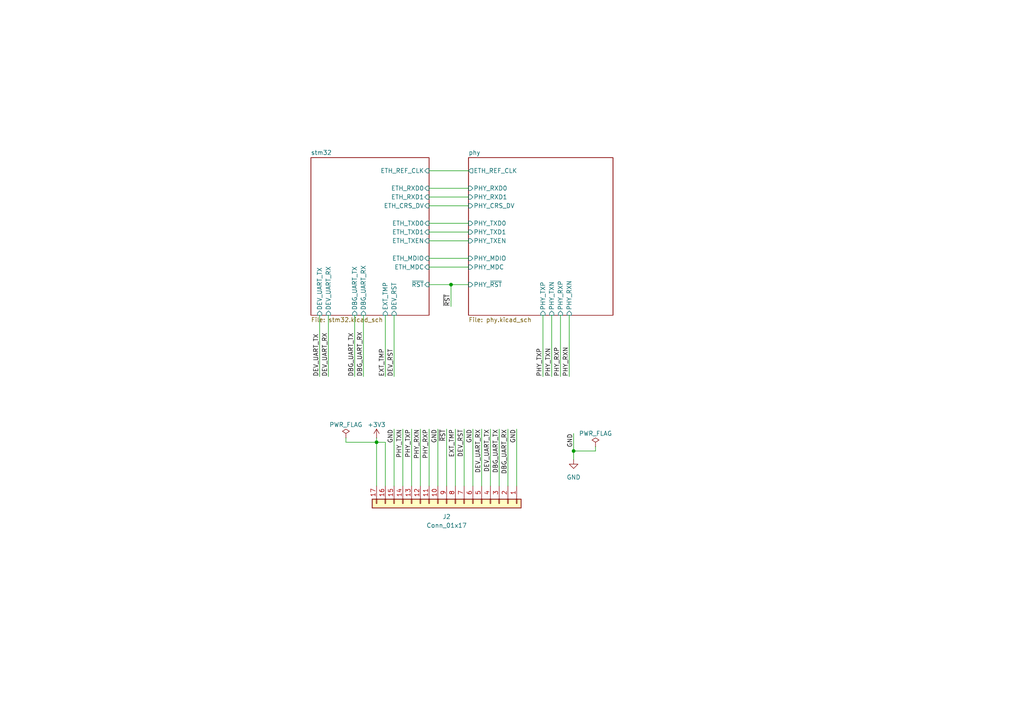
<source format=kicad_sch>
(kicad_sch (version 20231120) (generator "eeschema") (generator_version "8.0")
  (paper "A4")
  (lib_symbols
    (symbol "Connector_Generic:Conn_01x17" (pin_names (offset 1.016) hide)
      (property "Reference" "J" (at 0 22.86 0))
      (property "Value" "Conn_01x17" (at 0 -22.86 0))
      (symbol "Conn_01x17_1_1"
        (rectangle (start -1.27 -20.193) (end 0 -20.447) (stroke (width 0.1524)))
        (rectangle (start -1.27 -17.653) (end 0 -17.907) (stroke (width 0.1524)))
        (rectangle (start -1.27 -15.113) (end 0 -15.367) (stroke (width 0.1524)))
        (rectangle (start -1.27 -12.573) (end 0 -12.827) (stroke (width 0.1524)))
        (rectangle (start -1.27 -10.033) (end 0 -10.287) (stroke (width 0.1524)))
        (rectangle (start -1.27 -7.493) (end 0 -7.747) (stroke (width 0.1524)))
        (rectangle (start -1.27 -4.953) (end 0 -5.207) (stroke (width 0.1524)))
        (rectangle (start -1.27 -2.413) (end 0 -2.667) (stroke (width 0.1524)))
        (rectangle (start -1.27 0.127) (end 0 -0.127) (stroke (width 0.1524)))
        (rectangle (start -1.27 2.667) (end 0 2.413) (stroke (width 0.1524)))
        (rectangle (start -1.27 5.207) (end 0 4.953) (stroke (width 0.1524)))
        (rectangle (start -1.27 7.747) (end 0 7.493) (stroke (width 0.1524)))
        (rectangle (start -1.27 10.287) (end 0 10.033) (stroke (width 0.1524)))
        (rectangle (start -1.27 12.827) (end 0 12.573) (stroke (width 0.1524)))
        (rectangle (start -1.27 15.367) (end 0 15.113) (stroke (width 0.1524)))
        (rectangle (start -1.27 17.907) (end 0 17.653) (stroke (width 0.1524)))
        (rectangle (start -1.27 20.447) (end 0 20.193) (stroke (width 0.1524)))
        (rectangle (start -1.27 21.59) (end 1.27 -21.59) (stroke (width 0.254)) (fill (type background)))
        (pin passive line (at -5.08 20.32 0) (length 3.81) (name "Pin_1") (number "1"))
        (pin passive line (at -5.08 -2.54 0) (length 3.81) (name "Pin_10") (number "10"))
        (pin passive line (at -5.08 -5.08 0) (length 3.81) (name "Pin_11") (number "11"))
        (pin passive line (at -5.08 -7.62 0) (length 3.81) (name "Pin_12") (number "12"))
        (pin passive line (at -5.08 -10.16 0) (length 3.81) (name "Pin_13") (number "13"))
        (pin passive line (at -5.08 -12.7 0) (length 3.81) (name "Pin_14") (number "14"))
        (pin passive line (at -5.08 -15.24 0) (length 3.81) (name "Pin_15") (number "15"))
        (pin passive line (at -5.08 -17.78 0) (length 3.81) (name "Pin_16") (number "16"))
        (pin passive line (at -5.08 -20.32 0) (length 3.81) (name "Pin_17") (number "17"))
        (pin passive line (at -5.08 17.78 0) (length 3.81) (name "Pin_2") (number "2"))
        (pin passive line (at -5.08 15.24 0) (length 3.81) (name "Pin_3") (number "3"))
        (pin passive line (at -5.08 12.7 0) (length 3.81) (name "Pin_4") (number "4"))
        (pin passive line (at -5.08 10.16 0) (length 3.81) (name "Pin_5") (number "5"))
        (pin passive line (at -5.08 7.62 0) (length 3.81) (name "Pin_6") (number "6"))
        (pin passive line (at -5.08 5.08 0) (length 3.81) (name "Pin_7") (number "7"))
        (pin passive line (at -5.08 2.54 0) (length 3.81) (name "Pin_8") (number "8"))
        (pin passive line (at -5.08 0 0) (length 3.81) (name "Pin_9") (number "9"))
      )
    )
    (symbol "power:+3V3" (power) (pin_numbers hide) (pin_names (offset 0) hide)
      (property "Value" "+3V3" (at 0 3.556 0))
      (symbol "+3V3_0_1"
        (polyline (pts (xy -0.762 1.27) (xy 0 2.54)))
        (polyline (pts (xy 0 0) (xy 0 2.54)))
        (polyline (pts (xy 0 2.54) (xy 0.762 1.27)))
      )
      (symbol "+3V3_1_1"
        (pin power_in line (at 0 0 90) (length 0) (name "~") (number "1"))
      )
    )
    (symbol "power:GND" (power) (pin_numbers hide) (pin_names (offset 0) hide)
      (property "Value" "GND" (at 0 -3.81 0))
      (symbol "GND_0_1"
        (polyline (pts (xy 0 0) (xy 0 -1.27) (xy 1.27 -1.27) (xy 0 -2.54) (xy -1.27 -1.27) (xy 0 -1.27)))
      )
      (symbol "GND_1_1"
        (pin power_in line (at 0 0 270) (length 0) (name "~") (number "1"))
      )
    )
    (symbol "power:PWR_FLAG" (power) (pin_numbers hide) (pin_names (offset 0) hide)
      (property "Value" "PWR_FLAG" (at 0 3.81 0))
      (symbol "PWR_FLAG_0_0"
        (pin power_out line (at 0 0 90) (length 0) (name "~") (number "1"))
      )
      (symbol "PWR_FLAG_0_1"
        (polyline (pts (xy 0 0) (xy 0 1.27) (xy -1.016 1.905) (xy 0 2.54) (xy 1.016 1.905) (xy 0 1.27)))
      )
    )
  )
  (junction (at 130.81 82.55))
  (junction (at 166.37 130.81))
  (junction (at 109.22 128.27))
  (wire (pts (xy 144.78 124.46) (xy 144.78 140.97)))
  (wire (pts (xy 124.46 74.93) (xy 135.89 74.93)))
  (wire (pts (xy 124.46 67.31) (xy 135.89 67.31)))
  (wire (pts (xy 124.46 57.15) (xy 135.89 57.15)))
  (wire (pts (xy 124.46 69.85) (xy 135.89 69.85)))
  (wire (pts (xy 100.33 128.27) (xy 109.22 128.27)))
  (wire (pts (xy 109.22 128.27) (xy 111.76 128.27)))
  (wire (pts (xy 130.81 82.55) (xy 135.89 82.55)))
  (wire (pts (xy 109.22 128.27) (xy 109.22 127)))
  (wire (pts (xy 105.41 109.22) (xy 105.41 91.44)))
  (wire (pts (xy 137.16 124.46) (xy 137.16 140.97)))
  (wire (pts (xy 124.46 124.46) (xy 124.46 140.97)))
  (wire (pts (xy 124.46 64.77) (xy 135.89 64.77)))
  (wire (pts (xy 166.37 130.81) (xy 172.72 130.81)))
  (wire (pts (xy 149.86 124.46) (xy 149.86 140.97)))
  (wire (pts (xy 132.08 124.46) (xy 132.08 140.97)))
  (wire (pts (xy 162.56 109.22) (xy 162.56 91.44)))
  (wire (pts (xy 119.38 124.46) (xy 119.38 140.97)))
  (wire (pts (xy 121.92 124.46) (xy 121.92 140.97)))
  (wire (pts (xy 124.46 49.53) (xy 135.89 49.53)))
  (wire (pts (xy 116.84 124.46) (xy 116.84 140.97)))
  (wire (pts (xy 95.25 109.22) (xy 95.25 91.44)))
  (wire (pts (xy 166.37 125.73) (xy 166.37 130.81)))
  (wire (pts (xy 114.3 109.22) (xy 114.3 91.44)))
  (wire (pts (xy 92.71 109.22) (xy 92.71 91.44)))
  (wire (pts (xy 139.7 124.46) (xy 139.7 140.97)))
  (wire (pts (xy 124.46 59.69) (xy 135.89 59.69)))
  (wire (pts (xy 134.62 124.46) (xy 134.62 140.97)))
  (wire (pts (xy 124.46 82.55) (xy 130.81 82.55)))
  (wire (pts (xy 124.46 77.47) (xy 135.89 77.47)))
  (wire (pts (xy 111.76 128.27) (xy 111.76 140.97)))
  (wire (pts (xy 130.81 82.55) (xy 130.81 88.9)))
  (wire (pts (xy 102.87 109.22) (xy 102.87 91.44)))
  (wire (pts (xy 165.1 109.22) (xy 165.1 91.44)))
  (wire (pts (xy 114.3 124.46) (xy 114.3 140.97)))
  (wire (pts (xy 100.33 127) (xy 100.33 128.27)))
  (wire (pts (xy 142.24 124.46) (xy 142.24 140.97)))
  (wire (pts (xy 127 124.46) (xy 127 140.97)))
  (wire (pts (xy 160.02 109.22) (xy 160.02 91.44)))
  (wire (pts (xy 172.72 129.54) (xy 172.72 130.81)))
  (wire (pts (xy 129.54 124.46) (xy 129.54 140.97)))
  (wire (pts (xy 147.32 124.46) (xy 147.32 140.97)))
  (wire (pts (xy 124.46 54.61) (xy 135.89 54.61)))
  (wire (pts (xy 157.48 109.22) (xy 157.48 91.44)))
  (wire (pts (xy 166.37 130.81) (xy 166.37 133.35)))
  (wire (pts (xy 109.22 140.97) (xy 109.22 128.27)))
  (wire (pts (xy 111.76 109.22) (xy 111.76 91.44)))
  (label "PHY_RXP" (at 124.46 124.46 270))
  (label "PHY_TXP" (at 157.48 109.22 90))
  (label "PHY_TXN" (at 116.84 124.46 270))
  (label "~{RST}" (at 130.81 88.9 90))
  (label "DEV_UART_TX" (at 92.71 109.22 90))
  (label "GND" (at 166.37 125.73 270))
  (label "DEV_UART_RX" (at 95.25 109.22 90))
  (label "GND" (at 114.3 124.46 270))
  (label "GND" (at 127 124.46 270))
  (label "PHY_TXN" (at 160.02 109.22 90))
  (label "DEV_UART_RX" (at 139.7 124.46 270))
  (label "DBG_UART_RX" (at 147.32 124.46 270))
  (label "GND" (at 137.16 124.46 270))
  (label "DEV_RST" (at 134.62 124.46 270))
  (label "DEV_RST" (at 114.3 109.22 90))
  (label "~{RST}" (at 129.54 124.46 270))
  (label "PHY_RXN" (at 165.1 109.22 90))
  (label "DEV_UART_TX" (at 142.24 124.46 270))
  (label "PHY_RXP" (at 162.56 109.22 90))
  (label "DBG_UART_RX" (at 105.41 109.22 90))
  (label "DBG_UART_TX" (at 102.87 109.22 90))
  (label "GND" (at 149.86 124.46 270))
  (label "PHY_TXP" (at 119.38 124.46 270))
  (label "EXT_TMP" (at 111.76 109.22 90))
  (label "PHY_RXN" (at 121.92 124.46 270))
  (label "EXT_TMP" (at 132.08 124.46 270))
  (label "DBG_UART_TX" (at 144.78 124.46 270))
  (symbol (lib_id "Connector_Generic:Conn_01x17") (at 129.54 146.05 270) (unit 1)
    (property "Reference" "J2" (at 129.54 149.86 90))
    (property "Value" "Conn_01x17" (at 129.54 152.4 90))
    (property "Footprint" "Connector_PinHeader_1.27mm:PinHeader_1x17_P1.27mm_Horizontal" (effects (hide yes)))
    (property "Description" "Generic connector, single row, 01x17, script generated (kicad-library-utils/schlib/autogen/connector/)" (effects (hide yes)))
    (property "Mouser Part Number" "855-M50-3932042" (effects (hide yes)))
  )
  (symbol (lib_id "power:PWR_FLAG") (at 100.33 127 0) (unit 1)
    (property "Reference" "#FLG02" (effects (hide yes)))
    (property "Value" "PWR_FLAG" (at 100.33 123.19 0))
    (property "Description" "Special symbol for telling ERC where power comes from" (effects (hide yes)))
  )
  (symbol (lib_id "power:PWR_FLAG") (at 172.72 129.54 0) (unit 1)
    (property "Reference" "#FLG03" (effects (hide yes)))
    (property "Value" "PWR_FLAG" (at 172.72 125.73 0))
    (property "Description" "Special symbol for telling ERC where power comes from" (effects (hide yes)))
  )
  (symbol (lib_id "power:GND") (at 166.37 133.35 0) (unit 1)
    (property "Reference" "#PWR047" (effects (hide yes)))
    (property "Value" "GND" (at 166.37 138.43 0))
    (property "Description" "Power symbol creates a global label with name \"GND\" , ground" (effects (hide yes)))
  )
  (symbol (lib_id "power:+3V3") (at 109.22 127 0) (unit 1)
    (property "Reference" "#PWR046" (effects (hide yes)))
    (property "Value" "+3V3" (at 109.22 123.19 0))
    (property "Description" "Power symbol creates a global label with name \"+3V3\"" (effects (hide yes)))
  )
  (sheet (at 135.89 45.72) (size 41.91 45.72) (stroke (width 0.1524))
    (property "Sheetname" "phy" (at 135.89 45.0084 0) (effects (justify left bottom)))
    (property "Sheetfile" "phy.kicad_sch" (at 135.89 92.0246 0) (effects (justify left top)))
    (pin "PHY_RXD0" input (at 135.89 54.61 180))
    (pin "PHY_CRS_DV" input (at 135.89 59.69 180))
    (pin "PHY_RXD1" input (at 135.89 57.15 180))
    (pin "PHY_MDC" input (at 135.89 77.47 180))
    (pin "PHY_~{RST}" input (at 135.89 82.55 180))
    (pin "PHY_MDIO" input (at 135.89 74.93 180))
    (pin "PHY_TXEN" input (at 135.89 69.85 180))
    (pin "PHY_TXD1" input (at 135.89 67.31 180))
    (pin "PHY_TXD0" input (at 135.89 64.77 180))
    (pin "ETH_REF_CLK" output (at 135.89 49.53 180))
    (pin "PHY_RXP" input (at 162.56 91.44 270))
    (pin "PHY_TXP" input (at 157.48 91.44 270))
    (pin "PHY_TXN" input (at 160.02 91.44 270))
    (pin "PHY_RXN" input (at 165.1 91.44 270))
  )
  (sheet (at 90.17 45.72) (size 34.29 45.72) (stroke (width 0.1524))
    (property "Sheetname" "stm32" (at 90.17 45.0084 0) (effects (justify left bottom)))
    (property "Sheetfile" "stm32.kicad_sch" (at 90.17 92.0246 0) (effects (justify left top)))
    (pin "ETH_RXD0" input (at 124.46 54.61 0))
    (pin "ETH_RXD1" input (at 124.46 57.15 0))
    (pin "ETH_CRS_DV" input (at 124.46 59.69 0))
    (pin "ETH_MDC" input (at 124.46 77.47 0))
    (pin "ETH_MDIO" input (at 124.46 74.93 0))
    (pin "ETH_REF_CLK" input (at 124.46 49.53 0))
    (pin "ETH_TXD0" input (at 124.46 64.77 0))
    (pin "ETH_TXD1" input (at 124.46 67.31 0))
    (pin "ETH_TXEN" input (at 124.46 69.85 0))
    (pin "~{RST}" input (at 124.46 82.55 0))
    (pin "DEV_UART_RX" input (at 95.25 91.44 270))
    (pin "DBG_UART_TX" input (at 102.87 91.44 270))
    (pin "DEV_UART_TX" input (at 92.71 91.44 270))
    (pin "DBG_UART_RX" input (at 105.41 91.44 270))
    (pin "EXT_TMP" input (at 111.76 91.44 270))
    (pin "DEV_RST" input (at 114.3 91.44 270))
  )
)
</source>
